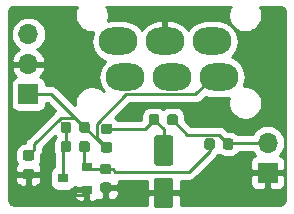
<source format=gbr>
G04 #@! TF.GenerationSoftware,KiCad,Pcbnew,(5.1.4)-1*
G04 #@! TF.CreationDate,2020-03-11T16:56:26-04:00*
G04 #@! TF.ProjectId,MicSwitchBoardElectret,4d696353-7769-4746-9368-426f61726445,rev?*
G04 #@! TF.SameCoordinates,Original*
G04 #@! TF.FileFunction,Copper,L2,Bot*
G04 #@! TF.FilePolarity,Positive*
%FSLAX46Y46*%
G04 Gerber Fmt 4.6, Leading zero omitted, Abs format (unit mm)*
G04 Created by KiCad (PCBNEW (5.1.4)-1) date 2020-03-11 16:56:26*
%MOMM*%
%LPD*%
G04 APERTURE LIST*
%ADD10O,3.300000X2.300000*%
%ADD11C,0.100000*%
%ADD12C,0.875000*%
%ADD13R,0.900000X0.800000*%
%ADD14O,1.700000X1.700000*%
%ADD15R,1.700000X1.700000*%
%ADD16C,1.600000*%
%ADD17C,0.800000*%
%ADD18C,0.250000*%
%ADD19C,0.254000*%
G04 APERTURE END LIST*
D10*
X132460000Y-68510000D03*
X131860000Y-65510000D03*
X128510000Y-68510000D03*
X127910000Y-65510000D03*
X124560000Y-68510000D03*
X123960000Y-65510000D03*
D11*
G36*
X123177691Y-77453553D02*
G01*
X123198926Y-77456703D01*
X123219750Y-77461919D01*
X123239962Y-77469151D01*
X123259368Y-77478330D01*
X123277781Y-77489366D01*
X123295024Y-77502154D01*
X123310930Y-77516570D01*
X123325346Y-77532476D01*
X123338134Y-77549719D01*
X123349170Y-77568132D01*
X123358349Y-77587538D01*
X123365581Y-77607750D01*
X123370797Y-77628574D01*
X123373947Y-77649809D01*
X123375000Y-77671250D01*
X123375000Y-78108750D01*
X123373947Y-78130191D01*
X123370797Y-78151426D01*
X123365581Y-78172250D01*
X123358349Y-78192462D01*
X123349170Y-78211868D01*
X123338134Y-78230281D01*
X123325346Y-78247524D01*
X123310930Y-78263430D01*
X123295024Y-78277846D01*
X123277781Y-78290634D01*
X123259368Y-78301670D01*
X123239962Y-78310849D01*
X123219750Y-78318081D01*
X123198926Y-78323297D01*
X123177691Y-78326447D01*
X123156250Y-78327500D01*
X122643750Y-78327500D01*
X122622309Y-78326447D01*
X122601074Y-78323297D01*
X122580250Y-78318081D01*
X122560038Y-78310849D01*
X122540632Y-78301670D01*
X122522219Y-78290634D01*
X122504976Y-78277846D01*
X122489070Y-78263430D01*
X122474654Y-78247524D01*
X122461866Y-78230281D01*
X122450830Y-78211868D01*
X122441651Y-78192462D01*
X122434419Y-78172250D01*
X122429203Y-78151426D01*
X122426053Y-78130191D01*
X122425000Y-78108750D01*
X122425000Y-77671250D01*
X122426053Y-77649809D01*
X122429203Y-77628574D01*
X122434419Y-77607750D01*
X122441651Y-77587538D01*
X122450830Y-77568132D01*
X122461866Y-77549719D01*
X122474654Y-77532476D01*
X122489070Y-77516570D01*
X122504976Y-77502154D01*
X122522219Y-77489366D01*
X122540632Y-77478330D01*
X122560038Y-77469151D01*
X122580250Y-77461919D01*
X122601074Y-77456703D01*
X122622309Y-77453553D01*
X122643750Y-77452500D01*
X123156250Y-77452500D01*
X123177691Y-77453553D01*
X123177691Y-77453553D01*
G37*
D12*
X122900000Y-77890000D03*
D11*
G36*
X123177691Y-75878553D02*
G01*
X123198926Y-75881703D01*
X123219750Y-75886919D01*
X123239962Y-75894151D01*
X123259368Y-75903330D01*
X123277781Y-75914366D01*
X123295024Y-75927154D01*
X123310930Y-75941570D01*
X123325346Y-75957476D01*
X123338134Y-75974719D01*
X123349170Y-75993132D01*
X123358349Y-76012538D01*
X123365581Y-76032750D01*
X123370797Y-76053574D01*
X123373947Y-76074809D01*
X123375000Y-76096250D01*
X123375000Y-76533750D01*
X123373947Y-76555191D01*
X123370797Y-76576426D01*
X123365581Y-76597250D01*
X123358349Y-76617462D01*
X123349170Y-76636868D01*
X123338134Y-76655281D01*
X123325346Y-76672524D01*
X123310930Y-76688430D01*
X123295024Y-76702846D01*
X123277781Y-76715634D01*
X123259368Y-76726670D01*
X123239962Y-76735849D01*
X123219750Y-76743081D01*
X123198926Y-76748297D01*
X123177691Y-76751447D01*
X123156250Y-76752500D01*
X122643750Y-76752500D01*
X122622309Y-76751447D01*
X122601074Y-76748297D01*
X122580250Y-76743081D01*
X122560038Y-76735849D01*
X122540632Y-76726670D01*
X122522219Y-76715634D01*
X122504976Y-76702846D01*
X122489070Y-76688430D01*
X122474654Y-76672524D01*
X122461866Y-76655281D01*
X122450830Y-76636868D01*
X122441651Y-76617462D01*
X122434419Y-76597250D01*
X122429203Y-76576426D01*
X122426053Y-76555191D01*
X122425000Y-76533750D01*
X122425000Y-76096250D01*
X122426053Y-76074809D01*
X122429203Y-76053574D01*
X122434419Y-76032750D01*
X122441651Y-76012538D01*
X122450830Y-75993132D01*
X122461866Y-75974719D01*
X122474654Y-75957476D01*
X122489070Y-75941570D01*
X122504976Y-75927154D01*
X122522219Y-75914366D01*
X122540632Y-75903330D01*
X122560038Y-75894151D01*
X122580250Y-75886919D01*
X122601074Y-75881703D01*
X122622309Y-75878553D01*
X122643750Y-75877500D01*
X123156250Y-75877500D01*
X123177691Y-75878553D01*
X123177691Y-75878553D01*
G37*
D12*
X122900000Y-76315000D03*
D11*
G36*
X121330191Y-73946053D02*
G01*
X121351426Y-73949203D01*
X121372250Y-73954419D01*
X121392462Y-73961651D01*
X121411868Y-73970830D01*
X121430281Y-73981866D01*
X121447524Y-73994654D01*
X121463430Y-74009070D01*
X121477846Y-74024976D01*
X121490634Y-74042219D01*
X121501670Y-74060632D01*
X121510849Y-74080038D01*
X121518081Y-74100250D01*
X121523297Y-74121074D01*
X121526447Y-74142309D01*
X121527500Y-74163750D01*
X121527500Y-74676250D01*
X121526447Y-74697691D01*
X121523297Y-74718926D01*
X121518081Y-74739750D01*
X121510849Y-74759962D01*
X121501670Y-74779368D01*
X121490634Y-74797781D01*
X121477846Y-74815024D01*
X121463430Y-74830930D01*
X121447524Y-74845346D01*
X121430281Y-74858134D01*
X121411868Y-74869170D01*
X121392462Y-74878349D01*
X121372250Y-74885581D01*
X121351426Y-74890797D01*
X121330191Y-74893947D01*
X121308750Y-74895000D01*
X120871250Y-74895000D01*
X120849809Y-74893947D01*
X120828574Y-74890797D01*
X120807750Y-74885581D01*
X120787538Y-74878349D01*
X120768132Y-74869170D01*
X120749719Y-74858134D01*
X120732476Y-74845346D01*
X120716570Y-74830930D01*
X120702154Y-74815024D01*
X120689366Y-74797781D01*
X120678330Y-74779368D01*
X120669151Y-74759962D01*
X120661919Y-74739750D01*
X120656703Y-74718926D01*
X120653553Y-74697691D01*
X120652500Y-74676250D01*
X120652500Y-74163750D01*
X120653553Y-74142309D01*
X120656703Y-74121074D01*
X120661919Y-74100250D01*
X120669151Y-74080038D01*
X120678330Y-74060632D01*
X120689366Y-74042219D01*
X120702154Y-74024976D01*
X120716570Y-74009070D01*
X120732476Y-73994654D01*
X120749719Y-73981866D01*
X120768132Y-73970830D01*
X120787538Y-73961651D01*
X120807750Y-73954419D01*
X120828574Y-73949203D01*
X120849809Y-73946053D01*
X120871250Y-73945000D01*
X121308750Y-73945000D01*
X121330191Y-73946053D01*
X121330191Y-73946053D01*
G37*
D12*
X121090000Y-74420000D03*
D11*
G36*
X119755191Y-73946053D02*
G01*
X119776426Y-73949203D01*
X119797250Y-73954419D01*
X119817462Y-73961651D01*
X119836868Y-73970830D01*
X119855281Y-73981866D01*
X119872524Y-73994654D01*
X119888430Y-74009070D01*
X119902846Y-74024976D01*
X119915634Y-74042219D01*
X119926670Y-74060632D01*
X119935849Y-74080038D01*
X119943081Y-74100250D01*
X119948297Y-74121074D01*
X119951447Y-74142309D01*
X119952500Y-74163750D01*
X119952500Y-74676250D01*
X119951447Y-74697691D01*
X119948297Y-74718926D01*
X119943081Y-74739750D01*
X119935849Y-74759962D01*
X119926670Y-74779368D01*
X119915634Y-74797781D01*
X119902846Y-74815024D01*
X119888430Y-74830930D01*
X119872524Y-74845346D01*
X119855281Y-74858134D01*
X119836868Y-74869170D01*
X119817462Y-74878349D01*
X119797250Y-74885581D01*
X119776426Y-74890797D01*
X119755191Y-74893947D01*
X119733750Y-74895000D01*
X119296250Y-74895000D01*
X119274809Y-74893947D01*
X119253574Y-74890797D01*
X119232750Y-74885581D01*
X119212538Y-74878349D01*
X119193132Y-74869170D01*
X119174719Y-74858134D01*
X119157476Y-74845346D01*
X119141570Y-74830930D01*
X119127154Y-74815024D01*
X119114366Y-74797781D01*
X119103330Y-74779368D01*
X119094151Y-74759962D01*
X119086919Y-74739750D01*
X119081703Y-74718926D01*
X119078553Y-74697691D01*
X119077500Y-74676250D01*
X119077500Y-74163750D01*
X119078553Y-74142309D01*
X119081703Y-74121074D01*
X119086919Y-74100250D01*
X119094151Y-74080038D01*
X119103330Y-74060632D01*
X119114366Y-74042219D01*
X119127154Y-74024976D01*
X119141570Y-74009070D01*
X119157476Y-73994654D01*
X119174719Y-73981866D01*
X119193132Y-73970830D01*
X119212538Y-73961651D01*
X119232750Y-73954419D01*
X119253574Y-73949203D01*
X119274809Y-73946053D01*
X119296250Y-73945000D01*
X119733750Y-73945000D01*
X119755191Y-73946053D01*
X119755191Y-73946053D01*
G37*
D12*
X119515000Y-74420000D03*
D11*
G36*
X119750191Y-72296053D02*
G01*
X119771426Y-72299203D01*
X119792250Y-72304419D01*
X119812462Y-72311651D01*
X119831868Y-72320830D01*
X119850281Y-72331866D01*
X119867524Y-72344654D01*
X119883430Y-72359070D01*
X119897846Y-72374976D01*
X119910634Y-72392219D01*
X119921670Y-72410632D01*
X119930849Y-72430038D01*
X119938081Y-72450250D01*
X119943297Y-72471074D01*
X119946447Y-72492309D01*
X119947500Y-72513750D01*
X119947500Y-73026250D01*
X119946447Y-73047691D01*
X119943297Y-73068926D01*
X119938081Y-73089750D01*
X119930849Y-73109962D01*
X119921670Y-73129368D01*
X119910634Y-73147781D01*
X119897846Y-73165024D01*
X119883430Y-73180930D01*
X119867524Y-73195346D01*
X119850281Y-73208134D01*
X119831868Y-73219170D01*
X119812462Y-73228349D01*
X119792250Y-73235581D01*
X119771426Y-73240797D01*
X119750191Y-73243947D01*
X119728750Y-73245000D01*
X119291250Y-73245000D01*
X119269809Y-73243947D01*
X119248574Y-73240797D01*
X119227750Y-73235581D01*
X119207538Y-73228349D01*
X119188132Y-73219170D01*
X119169719Y-73208134D01*
X119152476Y-73195346D01*
X119136570Y-73180930D01*
X119122154Y-73165024D01*
X119109366Y-73147781D01*
X119098330Y-73129368D01*
X119089151Y-73109962D01*
X119081919Y-73089750D01*
X119076703Y-73068926D01*
X119073553Y-73047691D01*
X119072500Y-73026250D01*
X119072500Y-72513750D01*
X119073553Y-72492309D01*
X119076703Y-72471074D01*
X119081919Y-72450250D01*
X119089151Y-72430038D01*
X119098330Y-72410632D01*
X119109366Y-72392219D01*
X119122154Y-72374976D01*
X119136570Y-72359070D01*
X119152476Y-72344654D01*
X119169719Y-72331866D01*
X119188132Y-72320830D01*
X119207538Y-72311651D01*
X119227750Y-72304419D01*
X119248574Y-72299203D01*
X119269809Y-72296053D01*
X119291250Y-72295000D01*
X119728750Y-72295000D01*
X119750191Y-72296053D01*
X119750191Y-72296053D01*
G37*
D12*
X119510000Y-72770000D03*
D11*
G36*
X121325191Y-72296053D02*
G01*
X121346426Y-72299203D01*
X121367250Y-72304419D01*
X121387462Y-72311651D01*
X121406868Y-72320830D01*
X121425281Y-72331866D01*
X121442524Y-72344654D01*
X121458430Y-72359070D01*
X121472846Y-72374976D01*
X121485634Y-72392219D01*
X121496670Y-72410632D01*
X121505849Y-72430038D01*
X121513081Y-72450250D01*
X121518297Y-72471074D01*
X121521447Y-72492309D01*
X121522500Y-72513750D01*
X121522500Y-73026250D01*
X121521447Y-73047691D01*
X121518297Y-73068926D01*
X121513081Y-73089750D01*
X121505849Y-73109962D01*
X121496670Y-73129368D01*
X121485634Y-73147781D01*
X121472846Y-73165024D01*
X121458430Y-73180930D01*
X121442524Y-73195346D01*
X121425281Y-73208134D01*
X121406868Y-73219170D01*
X121387462Y-73228349D01*
X121367250Y-73235581D01*
X121346426Y-73240797D01*
X121325191Y-73243947D01*
X121303750Y-73245000D01*
X120866250Y-73245000D01*
X120844809Y-73243947D01*
X120823574Y-73240797D01*
X120802750Y-73235581D01*
X120782538Y-73228349D01*
X120763132Y-73219170D01*
X120744719Y-73208134D01*
X120727476Y-73195346D01*
X120711570Y-73180930D01*
X120697154Y-73165024D01*
X120684366Y-73147781D01*
X120673330Y-73129368D01*
X120664151Y-73109962D01*
X120656919Y-73089750D01*
X120651703Y-73068926D01*
X120648553Y-73047691D01*
X120647500Y-73026250D01*
X120647500Y-72513750D01*
X120648553Y-72492309D01*
X120651703Y-72471074D01*
X120656919Y-72450250D01*
X120664151Y-72430038D01*
X120673330Y-72410632D01*
X120684366Y-72392219D01*
X120697154Y-72374976D01*
X120711570Y-72359070D01*
X120727476Y-72344654D01*
X120744719Y-72331866D01*
X120763132Y-72320830D01*
X120782538Y-72311651D01*
X120802750Y-72304419D01*
X120823574Y-72299203D01*
X120844809Y-72296053D01*
X120866250Y-72295000D01*
X121303750Y-72295000D01*
X121325191Y-72296053D01*
X121325191Y-72296053D01*
G37*
D12*
X121085000Y-72770000D03*
D11*
G36*
X128789691Y-71662053D02*
G01*
X128810926Y-71665203D01*
X128831750Y-71670419D01*
X128851962Y-71677651D01*
X128871368Y-71686830D01*
X128889781Y-71697866D01*
X128907024Y-71710654D01*
X128922930Y-71725070D01*
X128937346Y-71740976D01*
X128950134Y-71758219D01*
X128961170Y-71776632D01*
X128970349Y-71796038D01*
X128977581Y-71816250D01*
X128982797Y-71837074D01*
X128985947Y-71858309D01*
X128987000Y-71879750D01*
X128987000Y-72392250D01*
X128985947Y-72413691D01*
X128982797Y-72434926D01*
X128977581Y-72455750D01*
X128970349Y-72475962D01*
X128961170Y-72495368D01*
X128950134Y-72513781D01*
X128937346Y-72531024D01*
X128922930Y-72546930D01*
X128907024Y-72561346D01*
X128889781Y-72574134D01*
X128871368Y-72585170D01*
X128851962Y-72594349D01*
X128831750Y-72601581D01*
X128810926Y-72606797D01*
X128789691Y-72609947D01*
X128768250Y-72611000D01*
X128330750Y-72611000D01*
X128309309Y-72609947D01*
X128288074Y-72606797D01*
X128267250Y-72601581D01*
X128247038Y-72594349D01*
X128227632Y-72585170D01*
X128209219Y-72574134D01*
X128191976Y-72561346D01*
X128176070Y-72546930D01*
X128161654Y-72531024D01*
X128148866Y-72513781D01*
X128137830Y-72495368D01*
X128128651Y-72475962D01*
X128121419Y-72455750D01*
X128116203Y-72434926D01*
X128113053Y-72413691D01*
X128112000Y-72392250D01*
X128112000Y-71879750D01*
X128113053Y-71858309D01*
X128116203Y-71837074D01*
X128121419Y-71816250D01*
X128128651Y-71796038D01*
X128137830Y-71776632D01*
X128148866Y-71758219D01*
X128161654Y-71740976D01*
X128176070Y-71725070D01*
X128191976Y-71710654D01*
X128209219Y-71697866D01*
X128227632Y-71686830D01*
X128247038Y-71677651D01*
X128267250Y-71670419D01*
X128288074Y-71665203D01*
X128309309Y-71662053D01*
X128330750Y-71661000D01*
X128768250Y-71661000D01*
X128789691Y-71662053D01*
X128789691Y-71662053D01*
G37*
D12*
X128549500Y-72136000D03*
D11*
G36*
X127214691Y-71662053D02*
G01*
X127235926Y-71665203D01*
X127256750Y-71670419D01*
X127276962Y-71677651D01*
X127296368Y-71686830D01*
X127314781Y-71697866D01*
X127332024Y-71710654D01*
X127347930Y-71725070D01*
X127362346Y-71740976D01*
X127375134Y-71758219D01*
X127386170Y-71776632D01*
X127395349Y-71796038D01*
X127402581Y-71816250D01*
X127407797Y-71837074D01*
X127410947Y-71858309D01*
X127412000Y-71879750D01*
X127412000Y-72392250D01*
X127410947Y-72413691D01*
X127407797Y-72434926D01*
X127402581Y-72455750D01*
X127395349Y-72475962D01*
X127386170Y-72495368D01*
X127375134Y-72513781D01*
X127362346Y-72531024D01*
X127347930Y-72546930D01*
X127332024Y-72561346D01*
X127314781Y-72574134D01*
X127296368Y-72585170D01*
X127276962Y-72594349D01*
X127256750Y-72601581D01*
X127235926Y-72606797D01*
X127214691Y-72609947D01*
X127193250Y-72611000D01*
X126755750Y-72611000D01*
X126734309Y-72609947D01*
X126713074Y-72606797D01*
X126692250Y-72601581D01*
X126672038Y-72594349D01*
X126652632Y-72585170D01*
X126634219Y-72574134D01*
X126616976Y-72561346D01*
X126601070Y-72546930D01*
X126586654Y-72531024D01*
X126573866Y-72513781D01*
X126562830Y-72495368D01*
X126553651Y-72475962D01*
X126546419Y-72455750D01*
X126541203Y-72434926D01*
X126538053Y-72413691D01*
X126537000Y-72392250D01*
X126537000Y-71879750D01*
X126538053Y-71858309D01*
X126541203Y-71837074D01*
X126546419Y-71816250D01*
X126553651Y-71796038D01*
X126562830Y-71776632D01*
X126573866Y-71758219D01*
X126586654Y-71740976D01*
X126601070Y-71725070D01*
X126616976Y-71710654D01*
X126634219Y-71697866D01*
X126652632Y-71686830D01*
X126672038Y-71677651D01*
X126692250Y-71670419D01*
X126713074Y-71665203D01*
X126734309Y-71662053D01*
X126755750Y-71661000D01*
X127193250Y-71661000D01*
X127214691Y-71662053D01*
X127214691Y-71662053D01*
G37*
D12*
X126974500Y-72136000D03*
D11*
G36*
X123247691Y-74043553D02*
G01*
X123268926Y-74046703D01*
X123289750Y-74051919D01*
X123309962Y-74059151D01*
X123329368Y-74068330D01*
X123347781Y-74079366D01*
X123365024Y-74092154D01*
X123380930Y-74106570D01*
X123395346Y-74122476D01*
X123408134Y-74139719D01*
X123419170Y-74158132D01*
X123428349Y-74177538D01*
X123435581Y-74197750D01*
X123440797Y-74218574D01*
X123443947Y-74239809D01*
X123445000Y-74261250D01*
X123445000Y-74698750D01*
X123443947Y-74720191D01*
X123440797Y-74741426D01*
X123435581Y-74762250D01*
X123428349Y-74782462D01*
X123419170Y-74801868D01*
X123408134Y-74820281D01*
X123395346Y-74837524D01*
X123380930Y-74853430D01*
X123365024Y-74867846D01*
X123347781Y-74880634D01*
X123329368Y-74891670D01*
X123309962Y-74900849D01*
X123289750Y-74908081D01*
X123268926Y-74913297D01*
X123247691Y-74916447D01*
X123226250Y-74917500D01*
X122713750Y-74917500D01*
X122692309Y-74916447D01*
X122671074Y-74913297D01*
X122650250Y-74908081D01*
X122630038Y-74900849D01*
X122610632Y-74891670D01*
X122592219Y-74880634D01*
X122574976Y-74867846D01*
X122559070Y-74853430D01*
X122544654Y-74837524D01*
X122531866Y-74820281D01*
X122520830Y-74801868D01*
X122511651Y-74782462D01*
X122504419Y-74762250D01*
X122499203Y-74741426D01*
X122496053Y-74720191D01*
X122495000Y-74698750D01*
X122495000Y-74261250D01*
X122496053Y-74239809D01*
X122499203Y-74218574D01*
X122504419Y-74197750D01*
X122511651Y-74177538D01*
X122520830Y-74158132D01*
X122531866Y-74139719D01*
X122544654Y-74122476D01*
X122559070Y-74106570D01*
X122574976Y-74092154D01*
X122592219Y-74079366D01*
X122610632Y-74068330D01*
X122630038Y-74059151D01*
X122650250Y-74051919D01*
X122671074Y-74046703D01*
X122692309Y-74043553D01*
X122713750Y-74042500D01*
X123226250Y-74042500D01*
X123247691Y-74043553D01*
X123247691Y-74043553D01*
G37*
D12*
X122970000Y-74480000D03*
D11*
G36*
X123247691Y-72468553D02*
G01*
X123268926Y-72471703D01*
X123289750Y-72476919D01*
X123309962Y-72484151D01*
X123329368Y-72493330D01*
X123347781Y-72504366D01*
X123365024Y-72517154D01*
X123380930Y-72531570D01*
X123395346Y-72547476D01*
X123408134Y-72564719D01*
X123419170Y-72583132D01*
X123428349Y-72602538D01*
X123435581Y-72622750D01*
X123440797Y-72643574D01*
X123443947Y-72664809D01*
X123445000Y-72686250D01*
X123445000Y-73123750D01*
X123443947Y-73145191D01*
X123440797Y-73166426D01*
X123435581Y-73187250D01*
X123428349Y-73207462D01*
X123419170Y-73226868D01*
X123408134Y-73245281D01*
X123395346Y-73262524D01*
X123380930Y-73278430D01*
X123365024Y-73292846D01*
X123347781Y-73305634D01*
X123329368Y-73316670D01*
X123309962Y-73325849D01*
X123289750Y-73333081D01*
X123268926Y-73338297D01*
X123247691Y-73341447D01*
X123226250Y-73342500D01*
X122713750Y-73342500D01*
X122692309Y-73341447D01*
X122671074Y-73338297D01*
X122650250Y-73333081D01*
X122630038Y-73325849D01*
X122610632Y-73316670D01*
X122592219Y-73305634D01*
X122574976Y-73292846D01*
X122559070Y-73278430D01*
X122544654Y-73262524D01*
X122531866Y-73245281D01*
X122520830Y-73226868D01*
X122511651Y-73207462D01*
X122504419Y-73187250D01*
X122499203Y-73166426D01*
X122496053Y-73145191D01*
X122495000Y-73123750D01*
X122495000Y-72686250D01*
X122496053Y-72664809D01*
X122499203Y-72643574D01*
X122504419Y-72622750D01*
X122511651Y-72602538D01*
X122520830Y-72583132D01*
X122531866Y-72564719D01*
X122544654Y-72547476D01*
X122559070Y-72531570D01*
X122574976Y-72517154D01*
X122592219Y-72504366D01*
X122610632Y-72493330D01*
X122630038Y-72484151D01*
X122650250Y-72476919D01*
X122671074Y-72471703D01*
X122692309Y-72468553D01*
X122713750Y-72467500D01*
X123226250Y-72467500D01*
X123247691Y-72468553D01*
X123247691Y-72468553D01*
G37*
D12*
X122970000Y-72905000D03*
D13*
X119270000Y-77110000D03*
X121270000Y-78060000D03*
X121270000Y-76160000D03*
D14*
X136590000Y-74090000D03*
D15*
X136590000Y-76630000D03*
D14*
X116350000Y-64895000D03*
X116350000Y-67435000D03*
D15*
X116350000Y-69975000D03*
D11*
G36*
X133500191Y-73726053D02*
G01*
X133521426Y-73729203D01*
X133542250Y-73734419D01*
X133562462Y-73741651D01*
X133581868Y-73750830D01*
X133600281Y-73761866D01*
X133617524Y-73774654D01*
X133633430Y-73789070D01*
X133647846Y-73804976D01*
X133660634Y-73822219D01*
X133671670Y-73840632D01*
X133680849Y-73860038D01*
X133688081Y-73880250D01*
X133693297Y-73901074D01*
X133696447Y-73922309D01*
X133697500Y-73943750D01*
X133697500Y-74456250D01*
X133696447Y-74477691D01*
X133693297Y-74498926D01*
X133688081Y-74519750D01*
X133680849Y-74539962D01*
X133671670Y-74559368D01*
X133660634Y-74577781D01*
X133647846Y-74595024D01*
X133633430Y-74610930D01*
X133617524Y-74625346D01*
X133600281Y-74638134D01*
X133581868Y-74649170D01*
X133562462Y-74658349D01*
X133542250Y-74665581D01*
X133521426Y-74670797D01*
X133500191Y-74673947D01*
X133478750Y-74675000D01*
X133041250Y-74675000D01*
X133019809Y-74673947D01*
X132998574Y-74670797D01*
X132977750Y-74665581D01*
X132957538Y-74658349D01*
X132938132Y-74649170D01*
X132919719Y-74638134D01*
X132902476Y-74625346D01*
X132886570Y-74610930D01*
X132872154Y-74595024D01*
X132859366Y-74577781D01*
X132848330Y-74559368D01*
X132839151Y-74539962D01*
X132831919Y-74519750D01*
X132826703Y-74498926D01*
X132823553Y-74477691D01*
X132822500Y-74456250D01*
X132822500Y-73943750D01*
X132823553Y-73922309D01*
X132826703Y-73901074D01*
X132831919Y-73880250D01*
X132839151Y-73860038D01*
X132848330Y-73840632D01*
X132859366Y-73822219D01*
X132872154Y-73804976D01*
X132886570Y-73789070D01*
X132902476Y-73774654D01*
X132919719Y-73761866D01*
X132938132Y-73750830D01*
X132957538Y-73741651D01*
X132977750Y-73734419D01*
X132998574Y-73729203D01*
X133019809Y-73726053D01*
X133041250Y-73725000D01*
X133478750Y-73725000D01*
X133500191Y-73726053D01*
X133500191Y-73726053D01*
G37*
D12*
X133260000Y-74200000D03*
D11*
G36*
X131925191Y-73726053D02*
G01*
X131946426Y-73729203D01*
X131967250Y-73734419D01*
X131987462Y-73741651D01*
X132006868Y-73750830D01*
X132025281Y-73761866D01*
X132042524Y-73774654D01*
X132058430Y-73789070D01*
X132072846Y-73804976D01*
X132085634Y-73822219D01*
X132096670Y-73840632D01*
X132105849Y-73860038D01*
X132113081Y-73880250D01*
X132118297Y-73901074D01*
X132121447Y-73922309D01*
X132122500Y-73943750D01*
X132122500Y-74456250D01*
X132121447Y-74477691D01*
X132118297Y-74498926D01*
X132113081Y-74519750D01*
X132105849Y-74539962D01*
X132096670Y-74559368D01*
X132085634Y-74577781D01*
X132072846Y-74595024D01*
X132058430Y-74610930D01*
X132042524Y-74625346D01*
X132025281Y-74638134D01*
X132006868Y-74649170D01*
X131987462Y-74658349D01*
X131967250Y-74665581D01*
X131946426Y-74670797D01*
X131925191Y-74673947D01*
X131903750Y-74675000D01*
X131466250Y-74675000D01*
X131444809Y-74673947D01*
X131423574Y-74670797D01*
X131402750Y-74665581D01*
X131382538Y-74658349D01*
X131363132Y-74649170D01*
X131344719Y-74638134D01*
X131327476Y-74625346D01*
X131311570Y-74610930D01*
X131297154Y-74595024D01*
X131284366Y-74577781D01*
X131273330Y-74559368D01*
X131264151Y-74539962D01*
X131256919Y-74519750D01*
X131251703Y-74498926D01*
X131248553Y-74477691D01*
X131247500Y-74456250D01*
X131247500Y-73943750D01*
X131248553Y-73922309D01*
X131251703Y-73901074D01*
X131256919Y-73880250D01*
X131264151Y-73860038D01*
X131273330Y-73840632D01*
X131284366Y-73822219D01*
X131297154Y-73804976D01*
X131311570Y-73789070D01*
X131327476Y-73774654D01*
X131344719Y-73761866D01*
X131363132Y-73750830D01*
X131382538Y-73741651D01*
X131402750Y-73734419D01*
X131423574Y-73729203D01*
X131444809Y-73726053D01*
X131466250Y-73725000D01*
X131903750Y-73725000D01*
X131925191Y-73726053D01*
X131925191Y-73726053D01*
G37*
D12*
X131685000Y-74200000D03*
D11*
G36*
X116617691Y-76301053D02*
G01*
X116638926Y-76304203D01*
X116659750Y-76309419D01*
X116679962Y-76316651D01*
X116699368Y-76325830D01*
X116717781Y-76336866D01*
X116735024Y-76349654D01*
X116750930Y-76364070D01*
X116765346Y-76379976D01*
X116778134Y-76397219D01*
X116789170Y-76415632D01*
X116798349Y-76435038D01*
X116805581Y-76455250D01*
X116810797Y-76476074D01*
X116813947Y-76497309D01*
X116815000Y-76518750D01*
X116815000Y-76956250D01*
X116813947Y-76977691D01*
X116810797Y-76998926D01*
X116805581Y-77019750D01*
X116798349Y-77039962D01*
X116789170Y-77059368D01*
X116778134Y-77077781D01*
X116765346Y-77095024D01*
X116750930Y-77110930D01*
X116735024Y-77125346D01*
X116717781Y-77138134D01*
X116699368Y-77149170D01*
X116679962Y-77158349D01*
X116659750Y-77165581D01*
X116638926Y-77170797D01*
X116617691Y-77173947D01*
X116596250Y-77175000D01*
X116083750Y-77175000D01*
X116062309Y-77173947D01*
X116041074Y-77170797D01*
X116020250Y-77165581D01*
X116000038Y-77158349D01*
X115980632Y-77149170D01*
X115962219Y-77138134D01*
X115944976Y-77125346D01*
X115929070Y-77110930D01*
X115914654Y-77095024D01*
X115901866Y-77077781D01*
X115890830Y-77059368D01*
X115881651Y-77039962D01*
X115874419Y-77019750D01*
X115869203Y-76998926D01*
X115866053Y-76977691D01*
X115865000Y-76956250D01*
X115865000Y-76518750D01*
X115866053Y-76497309D01*
X115869203Y-76476074D01*
X115874419Y-76455250D01*
X115881651Y-76435038D01*
X115890830Y-76415632D01*
X115901866Y-76397219D01*
X115914654Y-76379976D01*
X115929070Y-76364070D01*
X115944976Y-76349654D01*
X115962219Y-76336866D01*
X115980632Y-76325830D01*
X116000038Y-76316651D01*
X116020250Y-76309419D01*
X116041074Y-76304203D01*
X116062309Y-76301053D01*
X116083750Y-76300000D01*
X116596250Y-76300000D01*
X116617691Y-76301053D01*
X116617691Y-76301053D01*
G37*
D12*
X116340000Y-76737500D03*
D11*
G36*
X116617691Y-74726053D02*
G01*
X116638926Y-74729203D01*
X116659750Y-74734419D01*
X116679962Y-74741651D01*
X116699368Y-74750830D01*
X116717781Y-74761866D01*
X116735024Y-74774654D01*
X116750930Y-74789070D01*
X116765346Y-74804976D01*
X116778134Y-74822219D01*
X116789170Y-74840632D01*
X116798349Y-74860038D01*
X116805581Y-74880250D01*
X116810797Y-74901074D01*
X116813947Y-74922309D01*
X116815000Y-74943750D01*
X116815000Y-75381250D01*
X116813947Y-75402691D01*
X116810797Y-75423926D01*
X116805581Y-75444750D01*
X116798349Y-75464962D01*
X116789170Y-75484368D01*
X116778134Y-75502781D01*
X116765346Y-75520024D01*
X116750930Y-75535930D01*
X116735024Y-75550346D01*
X116717781Y-75563134D01*
X116699368Y-75574170D01*
X116679962Y-75583349D01*
X116659750Y-75590581D01*
X116638926Y-75595797D01*
X116617691Y-75598947D01*
X116596250Y-75600000D01*
X116083750Y-75600000D01*
X116062309Y-75598947D01*
X116041074Y-75595797D01*
X116020250Y-75590581D01*
X116000038Y-75583349D01*
X115980632Y-75574170D01*
X115962219Y-75563134D01*
X115944976Y-75550346D01*
X115929070Y-75535930D01*
X115914654Y-75520024D01*
X115901866Y-75502781D01*
X115890830Y-75484368D01*
X115881651Y-75464962D01*
X115874419Y-75444750D01*
X115869203Y-75423926D01*
X115866053Y-75402691D01*
X115865000Y-75381250D01*
X115865000Y-74943750D01*
X115866053Y-74922309D01*
X115869203Y-74901074D01*
X115874419Y-74880250D01*
X115881651Y-74860038D01*
X115890830Y-74840632D01*
X115901866Y-74822219D01*
X115914654Y-74804976D01*
X115929070Y-74789070D01*
X115944976Y-74774654D01*
X115962219Y-74761866D01*
X115980632Y-74750830D01*
X116000038Y-74741651D01*
X116020250Y-74734419D01*
X116041074Y-74729203D01*
X116062309Y-74726053D01*
X116083750Y-74725000D01*
X116596250Y-74725000D01*
X116617691Y-74726053D01*
X116617691Y-74726053D01*
G37*
D12*
X116340000Y-75162500D03*
D11*
G36*
X128364504Y-77041204D02*
G01*
X128388773Y-77044804D01*
X128412571Y-77050765D01*
X128435671Y-77059030D01*
X128457849Y-77069520D01*
X128478893Y-77082133D01*
X128498598Y-77096747D01*
X128516777Y-77113223D01*
X128533253Y-77131402D01*
X128547867Y-77151107D01*
X128560480Y-77172151D01*
X128570970Y-77194329D01*
X128579235Y-77217429D01*
X128585196Y-77241227D01*
X128588796Y-77265496D01*
X128590000Y-77290000D01*
X128590000Y-79390000D01*
X128588796Y-79414504D01*
X128585196Y-79438773D01*
X128579235Y-79462571D01*
X128570970Y-79485671D01*
X128560480Y-79507849D01*
X128547867Y-79528893D01*
X128533253Y-79548598D01*
X128516777Y-79566777D01*
X128498598Y-79583253D01*
X128478893Y-79597867D01*
X128457849Y-79610480D01*
X128435671Y-79620970D01*
X128412571Y-79629235D01*
X128388773Y-79635196D01*
X128364504Y-79638796D01*
X128340000Y-79640000D01*
X127240000Y-79640000D01*
X127215496Y-79638796D01*
X127191227Y-79635196D01*
X127167429Y-79629235D01*
X127144329Y-79620970D01*
X127122151Y-79610480D01*
X127101107Y-79597867D01*
X127081402Y-79583253D01*
X127063223Y-79566777D01*
X127046747Y-79548598D01*
X127032133Y-79528893D01*
X127019520Y-79507849D01*
X127009030Y-79485671D01*
X127000765Y-79462571D01*
X126994804Y-79438773D01*
X126991204Y-79414504D01*
X126990000Y-79390000D01*
X126990000Y-77290000D01*
X126991204Y-77265496D01*
X126994804Y-77241227D01*
X127000765Y-77217429D01*
X127009030Y-77194329D01*
X127019520Y-77172151D01*
X127032133Y-77151107D01*
X127046747Y-77131402D01*
X127063223Y-77113223D01*
X127081402Y-77096747D01*
X127101107Y-77082133D01*
X127122151Y-77069520D01*
X127144329Y-77059030D01*
X127167429Y-77050765D01*
X127191227Y-77044804D01*
X127215496Y-77041204D01*
X127240000Y-77040000D01*
X128340000Y-77040000D01*
X128364504Y-77041204D01*
X128364504Y-77041204D01*
G37*
D16*
X127790000Y-78340000D03*
D11*
G36*
X128364504Y-73441204D02*
G01*
X128388773Y-73444804D01*
X128412571Y-73450765D01*
X128435671Y-73459030D01*
X128457849Y-73469520D01*
X128478893Y-73482133D01*
X128498598Y-73496747D01*
X128516777Y-73513223D01*
X128533253Y-73531402D01*
X128547867Y-73551107D01*
X128560480Y-73572151D01*
X128570970Y-73594329D01*
X128579235Y-73617429D01*
X128585196Y-73641227D01*
X128588796Y-73665496D01*
X128590000Y-73690000D01*
X128590000Y-75790000D01*
X128588796Y-75814504D01*
X128585196Y-75838773D01*
X128579235Y-75862571D01*
X128570970Y-75885671D01*
X128560480Y-75907849D01*
X128547867Y-75928893D01*
X128533253Y-75948598D01*
X128516777Y-75966777D01*
X128498598Y-75983253D01*
X128478893Y-75997867D01*
X128457849Y-76010480D01*
X128435671Y-76020970D01*
X128412571Y-76029235D01*
X128388773Y-76035196D01*
X128364504Y-76038796D01*
X128340000Y-76040000D01*
X127240000Y-76040000D01*
X127215496Y-76038796D01*
X127191227Y-76035196D01*
X127167429Y-76029235D01*
X127144329Y-76020970D01*
X127122151Y-76010480D01*
X127101107Y-75997867D01*
X127081402Y-75983253D01*
X127063223Y-75966777D01*
X127046747Y-75948598D01*
X127032133Y-75928893D01*
X127019520Y-75907849D01*
X127009030Y-75885671D01*
X127000765Y-75862571D01*
X126994804Y-75838773D01*
X126991204Y-75814504D01*
X126990000Y-75790000D01*
X126990000Y-73690000D01*
X126991204Y-73665496D01*
X126994804Y-73641227D01*
X127000765Y-73617429D01*
X127009030Y-73594329D01*
X127019520Y-73572151D01*
X127032133Y-73551107D01*
X127046747Y-73531402D01*
X127063223Y-73513223D01*
X127081402Y-73496747D01*
X127101107Y-73482133D01*
X127122151Y-73469520D01*
X127144329Y-73459030D01*
X127167429Y-73450765D01*
X127191227Y-73444804D01*
X127215496Y-73441204D01*
X127240000Y-73440000D01*
X128340000Y-73440000D01*
X128364504Y-73441204D01*
X128364504Y-73441204D01*
G37*
D16*
X127790000Y-74740000D03*
D17*
X127762000Y-78486000D03*
X124460000Y-77978000D03*
X119888000Y-78486000D03*
X117856000Y-76962000D03*
D18*
X117631500Y-76737500D02*
X117856000Y-76962000D01*
X116340000Y-76737500D02*
X117631500Y-76737500D01*
X120844000Y-78486000D02*
X121270000Y-78060000D01*
X119888000Y-78486000D02*
X120844000Y-78486000D01*
X124372000Y-77890000D02*
X124460000Y-77978000D01*
X122900000Y-77890000D02*
X124372000Y-77890000D01*
X126205500Y-72905000D02*
X126974500Y-72136000D01*
X122970000Y-72905000D02*
X126205500Y-72905000D01*
X127790000Y-72951500D02*
X126974500Y-72136000D01*
X127790000Y-74740000D02*
X127790000Y-72951500D01*
X120623388Y-72308388D02*
X121085000Y-72770000D01*
X120284990Y-71969990D02*
X120623388Y-72308388D01*
X119066016Y-71969990D02*
X120284990Y-71969990D01*
X116801612Y-74234394D02*
X119066016Y-71969990D01*
X116801612Y-74700888D02*
X116801612Y-74234394D01*
X116340000Y-75162500D02*
X116801612Y-74700888D01*
X122795000Y-74480000D02*
X122970000Y-74480000D01*
X121085000Y-72770000D02*
X122795000Y-74480000D01*
X131960000Y-68510000D02*
X132460000Y-68510000D01*
X130484990Y-69985010D02*
X131960000Y-68510000D01*
X124645996Y-69985010D02*
X130484990Y-69985010D01*
X122169990Y-72461016D02*
X124645996Y-69985010D01*
X122169990Y-73679990D02*
X122169990Y-72461016D01*
X122970000Y-74480000D02*
X122169990Y-73679990D01*
X118290000Y-69975000D02*
X121085000Y-72770000D01*
X116350000Y-69975000D02*
X118290000Y-69975000D01*
X132798388Y-73738388D02*
X133260000Y-74200000D01*
X132459990Y-73399990D02*
X132798388Y-73738388D01*
X129813490Y-73399990D02*
X132459990Y-73399990D01*
X128549500Y-72136000D02*
X129813490Y-73399990D01*
X133370000Y-74090000D02*
X133260000Y-74200000D01*
X136590000Y-74090000D02*
X133370000Y-74090000D01*
X121425000Y-76315000D02*
X121270000Y-76160000D01*
X122900000Y-76315000D02*
X121425000Y-76315000D01*
X121090000Y-75980000D02*
X121270000Y-76160000D01*
X121090000Y-74420000D02*
X121090000Y-75980000D01*
X123475000Y-76315000D02*
X122900000Y-76315000D01*
X123700000Y-76540000D02*
X123475000Y-76315000D01*
X129920000Y-76540000D02*
X123700000Y-76540000D01*
X131685000Y-74200000D02*
X131685000Y-74775000D01*
X131685000Y-74775000D02*
X129920000Y-76540000D01*
X119510000Y-74415000D02*
X119515000Y-74420000D01*
X119510000Y-72770000D02*
X119510000Y-74415000D01*
X119270000Y-74665000D02*
X119515000Y-74420000D01*
X119270000Y-77110000D02*
X119270000Y-74665000D01*
D19*
G36*
X120438320Y-62630273D02*
G01*
X120330147Y-62891426D01*
X120275000Y-63168665D01*
X120275000Y-63451335D01*
X120330147Y-63728574D01*
X120438320Y-63989727D01*
X120595363Y-64224759D01*
X120795241Y-64424637D01*
X121030273Y-64581680D01*
X121291426Y-64689853D01*
X121568665Y-64745000D01*
X121844911Y-64745000D01*
X121802896Y-64823605D01*
X121700828Y-65160079D01*
X121666364Y-65510000D01*
X121700828Y-65859921D01*
X121802896Y-66196395D01*
X121968646Y-66506491D01*
X122191708Y-66778292D01*
X122463509Y-67001354D01*
X122773605Y-67167104D01*
X122853195Y-67191247D01*
X122791708Y-67241708D01*
X122568646Y-67513509D01*
X122402896Y-67823605D01*
X122300828Y-68160079D01*
X122266364Y-68510000D01*
X122300828Y-68859921D01*
X122402896Y-69196395D01*
X122568646Y-69506491D01*
X122718573Y-69689177D01*
X122624759Y-69595363D01*
X122389727Y-69438320D01*
X122128574Y-69330147D01*
X121851335Y-69275000D01*
X121568665Y-69275000D01*
X121291426Y-69330147D01*
X121030273Y-69438320D01*
X120795241Y-69595363D01*
X120595363Y-69795241D01*
X120438320Y-70030273D01*
X120330147Y-70291426D01*
X120275000Y-70568665D01*
X120275000Y-70851335D01*
X120283409Y-70893607D01*
X118853804Y-69464003D01*
X118830001Y-69434999D01*
X118714276Y-69340026D01*
X118582247Y-69269454D01*
X118438986Y-69225997D01*
X118327333Y-69215000D01*
X118327322Y-69215000D01*
X118290000Y-69211324D01*
X118252678Y-69215000D01*
X117838072Y-69215000D01*
X117838072Y-69125000D01*
X117825812Y-69000518D01*
X117789502Y-68880820D01*
X117730537Y-68770506D01*
X117651185Y-68673815D01*
X117554494Y-68594463D01*
X117444180Y-68535498D01*
X117363534Y-68511034D01*
X117447588Y-68435269D01*
X117621641Y-68201920D01*
X117746825Y-67939099D01*
X117791476Y-67791890D01*
X117670155Y-67562000D01*
X116477000Y-67562000D01*
X116477000Y-67582000D01*
X116223000Y-67582000D01*
X116223000Y-67562000D01*
X115029845Y-67562000D01*
X114908524Y-67791890D01*
X114953175Y-67939099D01*
X115078359Y-68201920D01*
X115252412Y-68435269D01*
X115336466Y-68511034D01*
X115255820Y-68535498D01*
X115145506Y-68594463D01*
X115048815Y-68673815D01*
X114969463Y-68770506D01*
X114910498Y-68880820D01*
X114874188Y-69000518D01*
X114861928Y-69125000D01*
X114861928Y-70825000D01*
X114874188Y-70949482D01*
X114910498Y-71069180D01*
X114969463Y-71179494D01*
X115048815Y-71276185D01*
X115145506Y-71355537D01*
X115255820Y-71414502D01*
X115375518Y-71450812D01*
X115500000Y-71463072D01*
X117200000Y-71463072D01*
X117324482Y-71450812D01*
X117444180Y-71414502D01*
X117554494Y-71355537D01*
X117651185Y-71276185D01*
X117730537Y-71179494D01*
X117789502Y-71069180D01*
X117825812Y-70949482D01*
X117838072Y-70825000D01*
X117838072Y-70735000D01*
X117975199Y-70735000D01*
X118605201Y-71365003D01*
X118526015Y-71429989D01*
X118502217Y-71458987D01*
X116290610Y-73670595D01*
X116261612Y-73694393D01*
X116166638Y-73810118D01*
X116096066Y-73942147D01*
X116052609Y-74085408D01*
X116052153Y-74090040D01*
X115916592Y-74103392D01*
X115755858Y-74152150D01*
X115607725Y-74231329D01*
X115477885Y-74337885D01*
X115371329Y-74467725D01*
X115292150Y-74615858D01*
X115243392Y-74776592D01*
X115226928Y-74943750D01*
X115226928Y-75381250D01*
X115243392Y-75548408D01*
X115292150Y-75709142D01*
X115371329Y-75857275D01*
X115389100Y-75878930D01*
X115334463Y-75945506D01*
X115275498Y-76055820D01*
X115239188Y-76175518D01*
X115226928Y-76300000D01*
X115230000Y-76451750D01*
X115388750Y-76610500D01*
X116213000Y-76610500D01*
X116213000Y-76590500D01*
X116467000Y-76590500D01*
X116467000Y-76610500D01*
X117291250Y-76610500D01*
X117450000Y-76451750D01*
X117453072Y-76300000D01*
X117440812Y-76175518D01*
X117404502Y-76055820D01*
X117345537Y-75945506D01*
X117290900Y-75878930D01*
X117308671Y-75857275D01*
X117387850Y-75709142D01*
X117436608Y-75548408D01*
X117453072Y-75381250D01*
X117453072Y-75094322D01*
X117507158Y-74993135D01*
X117517209Y-74960001D01*
X117550615Y-74849874D01*
X117561612Y-74738221D01*
X117561612Y-74738211D01*
X117565288Y-74700888D01*
X117561612Y-74663565D01*
X117561612Y-74549195D01*
X118592218Y-73518590D01*
X118657426Y-73598046D01*
X118583829Y-73687725D01*
X118504650Y-73835858D01*
X118455892Y-73996592D01*
X118439428Y-74163750D01*
X118439428Y-74676250D01*
X118455892Y-74843408D01*
X118504650Y-75004142D01*
X118510001Y-75014153D01*
X118510000Y-76155680D01*
X118465506Y-76179463D01*
X118368815Y-76258815D01*
X118289463Y-76355506D01*
X118230498Y-76465820D01*
X118194188Y-76585518D01*
X118181928Y-76710000D01*
X118181928Y-77510000D01*
X118194188Y-77634482D01*
X118230498Y-77754180D01*
X118289463Y-77864494D01*
X118368815Y-77961185D01*
X118465506Y-78040537D01*
X118575820Y-78099502D01*
X118695518Y-78135812D01*
X118820000Y-78148072D01*
X119720000Y-78148072D01*
X119844482Y-78135812D01*
X119964180Y-78099502D01*
X120074494Y-78040537D01*
X120171185Y-77961185D01*
X120250537Y-77864494D01*
X120259143Y-77848393D01*
X120343750Y-77933000D01*
X121143000Y-77933000D01*
X121143000Y-77913000D01*
X121397000Y-77913000D01*
X121397000Y-77933000D01*
X121417000Y-77933000D01*
X121417000Y-78187000D01*
X121397000Y-78187000D01*
X121397000Y-78936250D01*
X121555750Y-79095000D01*
X121720000Y-79098072D01*
X121844482Y-79085812D01*
X121964180Y-79049502D01*
X122074494Y-78990537D01*
X122170693Y-78911589D01*
X122180820Y-78917002D01*
X122300518Y-78953312D01*
X122425000Y-78965572D01*
X122614250Y-78962500D01*
X122773000Y-78803750D01*
X122773000Y-78017000D01*
X123027000Y-78017000D01*
X123027000Y-78803750D01*
X123185750Y-78962500D01*
X123375000Y-78965572D01*
X123499482Y-78953312D01*
X123619180Y-78917002D01*
X123729494Y-78858037D01*
X123826185Y-78778685D01*
X123905537Y-78681994D01*
X123964502Y-78571680D01*
X124000812Y-78451982D01*
X124013072Y-78327500D01*
X124010000Y-78175750D01*
X123851250Y-78017000D01*
X123027000Y-78017000D01*
X122773000Y-78017000D01*
X122753000Y-78017000D01*
X122753000Y-77763000D01*
X122773000Y-77763000D01*
X122773000Y-77743000D01*
X123027000Y-77743000D01*
X123027000Y-77763000D01*
X123851250Y-77763000D01*
X124010000Y-77604250D01*
X124013072Y-77452500D01*
X124000812Y-77328018D01*
X123992313Y-77300000D01*
X126352715Y-77300000D01*
X126355000Y-78054250D01*
X126513750Y-78213000D01*
X127663000Y-78213000D01*
X127663000Y-78193000D01*
X127917000Y-78193000D01*
X127917000Y-78213000D01*
X129066250Y-78213000D01*
X129225000Y-78054250D01*
X129226739Y-77480000D01*
X135101928Y-77480000D01*
X135114188Y-77604482D01*
X135150498Y-77724180D01*
X135209463Y-77834494D01*
X135288815Y-77931185D01*
X135385506Y-78010537D01*
X135495820Y-78069502D01*
X135615518Y-78105812D01*
X135740000Y-78118072D01*
X136304250Y-78115000D01*
X136463000Y-77956250D01*
X136463000Y-76757000D01*
X136717000Y-76757000D01*
X136717000Y-77956250D01*
X136875750Y-78115000D01*
X137440000Y-78118072D01*
X137564482Y-78105812D01*
X137684180Y-78069502D01*
X137794494Y-78010537D01*
X137891185Y-77931185D01*
X137970537Y-77834494D01*
X138029502Y-77724180D01*
X138065812Y-77604482D01*
X138078072Y-77480000D01*
X138075000Y-76915750D01*
X137916250Y-76757000D01*
X136717000Y-76757000D01*
X136463000Y-76757000D01*
X135263750Y-76757000D01*
X135105000Y-76915750D01*
X135101928Y-77480000D01*
X129226739Y-77480000D01*
X129227285Y-77300000D01*
X129882678Y-77300000D01*
X129920000Y-77303676D01*
X129957322Y-77300000D01*
X129957333Y-77300000D01*
X130068986Y-77289003D01*
X130212247Y-77245546D01*
X130344276Y-77174974D01*
X130460001Y-77080001D01*
X130483804Y-77050997D01*
X132196003Y-75338799D01*
X132225001Y-75315001D01*
X132258277Y-75274454D01*
X132317988Y-75201697D01*
X132379775Y-75168671D01*
X132472500Y-75092574D01*
X132565225Y-75168671D01*
X132713358Y-75247850D01*
X132874092Y-75296608D01*
X133041250Y-75313072D01*
X133478750Y-75313072D01*
X133645908Y-75296608D01*
X133806642Y-75247850D01*
X133954775Y-75168671D01*
X134084615Y-75062115D01*
X134191171Y-74932275D01*
X134235148Y-74850000D01*
X135312405Y-74850000D01*
X135349294Y-74919014D01*
X135534866Y-75145134D01*
X135564687Y-75169607D01*
X135495820Y-75190498D01*
X135385506Y-75249463D01*
X135288815Y-75328815D01*
X135209463Y-75425506D01*
X135150498Y-75535820D01*
X135114188Y-75655518D01*
X135101928Y-75780000D01*
X135105000Y-76344250D01*
X135263750Y-76503000D01*
X136463000Y-76503000D01*
X136463000Y-76483000D01*
X136717000Y-76483000D01*
X136717000Y-76503000D01*
X137916250Y-76503000D01*
X138075000Y-76344250D01*
X138078072Y-75780000D01*
X138065812Y-75655518D01*
X138029502Y-75535820D01*
X137970537Y-75425506D01*
X137891185Y-75328815D01*
X137794494Y-75249463D01*
X137684180Y-75190498D01*
X137615313Y-75169607D01*
X137645134Y-75145134D01*
X137830706Y-74919014D01*
X137968599Y-74661034D01*
X138053513Y-74381111D01*
X138082185Y-74090000D01*
X138053513Y-73798889D01*
X137968599Y-73518966D01*
X137830706Y-73260986D01*
X137645134Y-73034866D01*
X137419014Y-72849294D01*
X137161034Y-72711401D01*
X136881111Y-72626487D01*
X136662950Y-72605000D01*
X136517050Y-72605000D01*
X136298889Y-72626487D01*
X136018966Y-72711401D01*
X135760986Y-72849294D01*
X135534866Y-73034866D01*
X135349294Y-73260986D01*
X135312405Y-73330000D01*
X134075007Y-73330000D01*
X133954775Y-73231329D01*
X133806642Y-73152150D01*
X133645908Y-73103392D01*
X133478750Y-73086928D01*
X133221729Y-73086928D01*
X133023794Y-72888993D01*
X132999991Y-72859989D01*
X132884266Y-72765016D01*
X132752237Y-72694444D01*
X132608976Y-72650987D01*
X132497323Y-72639990D01*
X132497312Y-72639990D01*
X132459990Y-72636314D01*
X132422668Y-72639990D01*
X130128292Y-72639990D01*
X129625072Y-72136771D01*
X129625072Y-71879750D01*
X129608608Y-71712592D01*
X129559850Y-71551858D01*
X129480671Y-71403725D01*
X129374115Y-71273885D01*
X129244275Y-71167329D01*
X129096142Y-71088150D01*
X128935408Y-71039392D01*
X128768250Y-71022928D01*
X128330750Y-71022928D01*
X128163592Y-71039392D01*
X128002858Y-71088150D01*
X127854725Y-71167329D01*
X127762000Y-71243426D01*
X127669275Y-71167329D01*
X127521142Y-71088150D01*
X127360408Y-71039392D01*
X127193250Y-71022928D01*
X126755750Y-71022928D01*
X126588592Y-71039392D01*
X126427858Y-71088150D01*
X126279725Y-71167329D01*
X126149885Y-71273885D01*
X126043329Y-71403725D01*
X125964150Y-71551858D01*
X125915392Y-71712592D01*
X125898928Y-71879750D01*
X125898928Y-72136771D01*
X125890699Y-72145000D01*
X123885143Y-72145000D01*
X123832115Y-72080385D01*
X123718590Y-71987218D01*
X124960798Y-70745010D01*
X130447668Y-70745010D01*
X130484990Y-70748686D01*
X130522312Y-70745010D01*
X130522323Y-70745010D01*
X130633976Y-70734013D01*
X130777237Y-70690556D01*
X130909266Y-70619984D01*
X131024991Y-70525011D01*
X131048794Y-70496007D01*
X131353470Y-70191331D01*
X131610079Y-70269172D01*
X131872317Y-70295000D01*
X133047683Y-70295000D01*
X133309921Y-70269172D01*
X133343596Y-70258957D01*
X133330147Y-70291426D01*
X133275000Y-70568665D01*
X133275000Y-70851335D01*
X133330147Y-71128574D01*
X133438320Y-71389727D01*
X133595363Y-71624759D01*
X133795241Y-71824637D01*
X134030273Y-71981680D01*
X134291426Y-72089853D01*
X134568665Y-72145000D01*
X134851335Y-72145000D01*
X135128574Y-72089853D01*
X135389727Y-71981680D01*
X135624759Y-71824637D01*
X135824637Y-71624759D01*
X135981680Y-71389727D01*
X136089853Y-71128574D01*
X136145000Y-70851335D01*
X136145000Y-70568665D01*
X136089853Y-70291426D01*
X135981680Y-70030273D01*
X135824637Y-69795241D01*
X135624759Y-69595363D01*
X135389727Y-69438320D01*
X135128574Y-69330147D01*
X134851335Y-69275000D01*
X134575089Y-69275000D01*
X134617104Y-69196395D01*
X134719172Y-68859921D01*
X134753636Y-68510000D01*
X134719172Y-68160079D01*
X134617104Y-67823605D01*
X134451354Y-67513509D01*
X134228292Y-67241708D01*
X133956491Y-67018646D01*
X133646395Y-66852896D01*
X133566805Y-66828753D01*
X133628292Y-66778292D01*
X133851354Y-66506491D01*
X134017104Y-66196395D01*
X134119172Y-65859921D01*
X134153636Y-65510000D01*
X134119172Y-65160079D01*
X134017104Y-64823605D01*
X133851354Y-64513509D01*
X133701427Y-64330823D01*
X133795241Y-64424637D01*
X134030273Y-64581680D01*
X134291426Y-64689853D01*
X134568665Y-64745000D01*
X134851335Y-64745000D01*
X135128574Y-64689853D01*
X135389727Y-64581680D01*
X135624759Y-64424637D01*
X135824637Y-64224759D01*
X135981680Y-63989727D01*
X136089853Y-63728574D01*
X136145000Y-63451335D01*
X136145000Y-63168665D01*
X136089853Y-62891426D01*
X135981680Y-62630273D01*
X135934725Y-62560000D01*
X137517721Y-62560000D01*
X137654270Y-62573389D01*
X137754573Y-62603672D01*
X137847080Y-62652859D01*
X137928273Y-62719079D01*
X137995057Y-62799808D01*
X138044888Y-62891967D01*
X138075871Y-62992056D01*
X138090001Y-63126494D01*
X138090000Y-78767720D01*
X138076611Y-78904269D01*
X138046327Y-79004575D01*
X137997142Y-79097080D01*
X137930921Y-79178274D01*
X137850195Y-79245056D01*
X137758031Y-79294889D01*
X137657945Y-79325871D01*
X137523515Y-79340000D01*
X129227163Y-79340000D01*
X129225000Y-78625750D01*
X129066250Y-78467000D01*
X127917000Y-78467000D01*
X127917000Y-78487000D01*
X127663000Y-78487000D01*
X127663000Y-78467000D01*
X126513750Y-78467000D01*
X126355000Y-78625750D01*
X126352837Y-79340000D01*
X115232280Y-79340000D01*
X115095731Y-79326611D01*
X114995425Y-79296327D01*
X114902920Y-79247142D01*
X114821726Y-79180921D01*
X114754944Y-79100195D01*
X114705111Y-79008031D01*
X114674129Y-78907945D01*
X114660000Y-78773515D01*
X114660000Y-78460000D01*
X120181928Y-78460000D01*
X120194188Y-78584482D01*
X120230498Y-78704180D01*
X120289463Y-78814494D01*
X120368815Y-78911185D01*
X120465506Y-78990537D01*
X120575820Y-79049502D01*
X120695518Y-79085812D01*
X120820000Y-79098072D01*
X120984250Y-79095000D01*
X121143000Y-78936250D01*
X121143000Y-78187000D01*
X120343750Y-78187000D01*
X120185000Y-78345750D01*
X120181928Y-78460000D01*
X114660000Y-78460000D01*
X114660000Y-77175000D01*
X115226928Y-77175000D01*
X115239188Y-77299482D01*
X115275498Y-77419180D01*
X115334463Y-77529494D01*
X115413815Y-77626185D01*
X115510506Y-77705537D01*
X115620820Y-77764502D01*
X115740518Y-77800812D01*
X115865000Y-77813072D01*
X116054250Y-77810000D01*
X116213000Y-77651250D01*
X116213000Y-76864500D01*
X116467000Y-76864500D01*
X116467000Y-77651250D01*
X116625750Y-77810000D01*
X116815000Y-77813072D01*
X116939482Y-77800812D01*
X117059180Y-77764502D01*
X117169494Y-77705537D01*
X117266185Y-77626185D01*
X117345537Y-77529494D01*
X117404502Y-77419180D01*
X117440812Y-77299482D01*
X117453072Y-77175000D01*
X117450000Y-77023250D01*
X117291250Y-76864500D01*
X116467000Y-76864500D01*
X116213000Y-76864500D01*
X115388750Y-76864500D01*
X115230000Y-77023250D01*
X115226928Y-77175000D01*
X114660000Y-77175000D01*
X114660000Y-64895000D01*
X114857815Y-64895000D01*
X114886487Y-65186111D01*
X114971401Y-65466034D01*
X115109294Y-65724014D01*
X115294866Y-65950134D01*
X115520986Y-66135706D01*
X115585523Y-66170201D01*
X115468645Y-66239822D01*
X115252412Y-66434731D01*
X115078359Y-66668080D01*
X114953175Y-66930901D01*
X114908524Y-67078110D01*
X115029845Y-67308000D01*
X116223000Y-67308000D01*
X116223000Y-67288000D01*
X116477000Y-67288000D01*
X116477000Y-67308000D01*
X117670155Y-67308000D01*
X117791476Y-67078110D01*
X117746825Y-66930901D01*
X117621641Y-66668080D01*
X117447588Y-66434731D01*
X117231355Y-66239822D01*
X117114477Y-66170201D01*
X117179014Y-66135706D01*
X117405134Y-65950134D01*
X117590706Y-65724014D01*
X117728599Y-65466034D01*
X117813513Y-65186111D01*
X117842185Y-64895000D01*
X117813513Y-64603889D01*
X117728599Y-64323966D01*
X117590706Y-64065986D01*
X117405134Y-63839866D01*
X117179014Y-63654294D01*
X116921034Y-63516401D01*
X116641111Y-63431487D01*
X116422950Y-63410000D01*
X116277050Y-63410000D01*
X116058889Y-63431487D01*
X115778966Y-63516401D01*
X115520986Y-63654294D01*
X115294866Y-63839866D01*
X115109294Y-64065986D01*
X114971401Y-64323966D01*
X114886487Y-64603889D01*
X114857815Y-64895000D01*
X114660000Y-64895000D01*
X114660000Y-63132279D01*
X114673389Y-62995730D01*
X114703672Y-62895427D01*
X114752859Y-62802920D01*
X114819079Y-62721727D01*
X114899808Y-62654943D01*
X114991967Y-62605112D01*
X115092056Y-62574129D01*
X115226485Y-62560000D01*
X120485275Y-62560000D01*
X120438320Y-62630273D01*
X120438320Y-62630273D01*
G37*
X120438320Y-62630273D02*
X120330147Y-62891426D01*
X120275000Y-63168665D01*
X120275000Y-63451335D01*
X120330147Y-63728574D01*
X120438320Y-63989727D01*
X120595363Y-64224759D01*
X120795241Y-64424637D01*
X121030273Y-64581680D01*
X121291426Y-64689853D01*
X121568665Y-64745000D01*
X121844911Y-64745000D01*
X121802896Y-64823605D01*
X121700828Y-65160079D01*
X121666364Y-65510000D01*
X121700828Y-65859921D01*
X121802896Y-66196395D01*
X121968646Y-66506491D01*
X122191708Y-66778292D01*
X122463509Y-67001354D01*
X122773605Y-67167104D01*
X122853195Y-67191247D01*
X122791708Y-67241708D01*
X122568646Y-67513509D01*
X122402896Y-67823605D01*
X122300828Y-68160079D01*
X122266364Y-68510000D01*
X122300828Y-68859921D01*
X122402896Y-69196395D01*
X122568646Y-69506491D01*
X122718573Y-69689177D01*
X122624759Y-69595363D01*
X122389727Y-69438320D01*
X122128574Y-69330147D01*
X121851335Y-69275000D01*
X121568665Y-69275000D01*
X121291426Y-69330147D01*
X121030273Y-69438320D01*
X120795241Y-69595363D01*
X120595363Y-69795241D01*
X120438320Y-70030273D01*
X120330147Y-70291426D01*
X120275000Y-70568665D01*
X120275000Y-70851335D01*
X120283409Y-70893607D01*
X118853804Y-69464003D01*
X118830001Y-69434999D01*
X118714276Y-69340026D01*
X118582247Y-69269454D01*
X118438986Y-69225997D01*
X118327333Y-69215000D01*
X118327322Y-69215000D01*
X118290000Y-69211324D01*
X118252678Y-69215000D01*
X117838072Y-69215000D01*
X117838072Y-69125000D01*
X117825812Y-69000518D01*
X117789502Y-68880820D01*
X117730537Y-68770506D01*
X117651185Y-68673815D01*
X117554494Y-68594463D01*
X117444180Y-68535498D01*
X117363534Y-68511034D01*
X117447588Y-68435269D01*
X117621641Y-68201920D01*
X117746825Y-67939099D01*
X117791476Y-67791890D01*
X117670155Y-67562000D01*
X116477000Y-67562000D01*
X116477000Y-67582000D01*
X116223000Y-67582000D01*
X116223000Y-67562000D01*
X115029845Y-67562000D01*
X114908524Y-67791890D01*
X114953175Y-67939099D01*
X115078359Y-68201920D01*
X115252412Y-68435269D01*
X115336466Y-68511034D01*
X115255820Y-68535498D01*
X115145506Y-68594463D01*
X115048815Y-68673815D01*
X114969463Y-68770506D01*
X114910498Y-68880820D01*
X114874188Y-69000518D01*
X114861928Y-69125000D01*
X114861928Y-70825000D01*
X114874188Y-70949482D01*
X114910498Y-71069180D01*
X114969463Y-71179494D01*
X115048815Y-71276185D01*
X115145506Y-71355537D01*
X115255820Y-71414502D01*
X115375518Y-71450812D01*
X115500000Y-71463072D01*
X117200000Y-71463072D01*
X117324482Y-71450812D01*
X117444180Y-71414502D01*
X117554494Y-71355537D01*
X117651185Y-71276185D01*
X117730537Y-71179494D01*
X117789502Y-71069180D01*
X117825812Y-70949482D01*
X117838072Y-70825000D01*
X117838072Y-70735000D01*
X117975199Y-70735000D01*
X118605201Y-71365003D01*
X118526015Y-71429989D01*
X118502217Y-71458987D01*
X116290610Y-73670595D01*
X116261612Y-73694393D01*
X116166638Y-73810118D01*
X116096066Y-73942147D01*
X116052609Y-74085408D01*
X116052153Y-74090040D01*
X115916592Y-74103392D01*
X115755858Y-74152150D01*
X115607725Y-74231329D01*
X115477885Y-74337885D01*
X115371329Y-74467725D01*
X115292150Y-74615858D01*
X115243392Y-74776592D01*
X115226928Y-74943750D01*
X115226928Y-75381250D01*
X115243392Y-75548408D01*
X115292150Y-75709142D01*
X115371329Y-75857275D01*
X115389100Y-75878930D01*
X115334463Y-75945506D01*
X115275498Y-76055820D01*
X115239188Y-76175518D01*
X115226928Y-76300000D01*
X115230000Y-76451750D01*
X115388750Y-76610500D01*
X116213000Y-76610500D01*
X116213000Y-76590500D01*
X116467000Y-76590500D01*
X116467000Y-76610500D01*
X117291250Y-76610500D01*
X117450000Y-76451750D01*
X117453072Y-76300000D01*
X117440812Y-76175518D01*
X117404502Y-76055820D01*
X117345537Y-75945506D01*
X117290900Y-75878930D01*
X117308671Y-75857275D01*
X117387850Y-75709142D01*
X117436608Y-75548408D01*
X117453072Y-75381250D01*
X117453072Y-75094322D01*
X117507158Y-74993135D01*
X117517209Y-74960001D01*
X117550615Y-74849874D01*
X117561612Y-74738221D01*
X117561612Y-74738211D01*
X117565288Y-74700888D01*
X117561612Y-74663565D01*
X117561612Y-74549195D01*
X118592218Y-73518590D01*
X118657426Y-73598046D01*
X118583829Y-73687725D01*
X118504650Y-73835858D01*
X118455892Y-73996592D01*
X118439428Y-74163750D01*
X118439428Y-74676250D01*
X118455892Y-74843408D01*
X118504650Y-75004142D01*
X118510001Y-75014153D01*
X118510000Y-76155680D01*
X118465506Y-76179463D01*
X118368815Y-76258815D01*
X118289463Y-76355506D01*
X118230498Y-76465820D01*
X118194188Y-76585518D01*
X118181928Y-76710000D01*
X118181928Y-77510000D01*
X118194188Y-77634482D01*
X118230498Y-77754180D01*
X118289463Y-77864494D01*
X118368815Y-77961185D01*
X118465506Y-78040537D01*
X118575820Y-78099502D01*
X118695518Y-78135812D01*
X118820000Y-78148072D01*
X119720000Y-78148072D01*
X119844482Y-78135812D01*
X119964180Y-78099502D01*
X120074494Y-78040537D01*
X120171185Y-77961185D01*
X120250537Y-77864494D01*
X120259143Y-77848393D01*
X120343750Y-77933000D01*
X121143000Y-77933000D01*
X121143000Y-77913000D01*
X121397000Y-77913000D01*
X121397000Y-77933000D01*
X121417000Y-77933000D01*
X121417000Y-78187000D01*
X121397000Y-78187000D01*
X121397000Y-78936250D01*
X121555750Y-79095000D01*
X121720000Y-79098072D01*
X121844482Y-79085812D01*
X121964180Y-79049502D01*
X122074494Y-78990537D01*
X122170693Y-78911589D01*
X122180820Y-78917002D01*
X122300518Y-78953312D01*
X122425000Y-78965572D01*
X122614250Y-78962500D01*
X122773000Y-78803750D01*
X122773000Y-78017000D01*
X123027000Y-78017000D01*
X123027000Y-78803750D01*
X123185750Y-78962500D01*
X123375000Y-78965572D01*
X123499482Y-78953312D01*
X123619180Y-78917002D01*
X123729494Y-78858037D01*
X123826185Y-78778685D01*
X123905537Y-78681994D01*
X123964502Y-78571680D01*
X124000812Y-78451982D01*
X124013072Y-78327500D01*
X124010000Y-78175750D01*
X123851250Y-78017000D01*
X123027000Y-78017000D01*
X122773000Y-78017000D01*
X122753000Y-78017000D01*
X122753000Y-77763000D01*
X122773000Y-77763000D01*
X122773000Y-77743000D01*
X123027000Y-77743000D01*
X123027000Y-77763000D01*
X123851250Y-77763000D01*
X124010000Y-77604250D01*
X124013072Y-77452500D01*
X124000812Y-77328018D01*
X123992313Y-77300000D01*
X126352715Y-77300000D01*
X126355000Y-78054250D01*
X126513750Y-78213000D01*
X127663000Y-78213000D01*
X127663000Y-78193000D01*
X127917000Y-78193000D01*
X127917000Y-78213000D01*
X129066250Y-78213000D01*
X129225000Y-78054250D01*
X129226739Y-77480000D01*
X135101928Y-77480000D01*
X135114188Y-77604482D01*
X135150498Y-77724180D01*
X135209463Y-77834494D01*
X135288815Y-77931185D01*
X135385506Y-78010537D01*
X135495820Y-78069502D01*
X135615518Y-78105812D01*
X135740000Y-78118072D01*
X136304250Y-78115000D01*
X136463000Y-77956250D01*
X136463000Y-76757000D01*
X136717000Y-76757000D01*
X136717000Y-77956250D01*
X136875750Y-78115000D01*
X137440000Y-78118072D01*
X137564482Y-78105812D01*
X137684180Y-78069502D01*
X137794494Y-78010537D01*
X137891185Y-77931185D01*
X137970537Y-77834494D01*
X138029502Y-77724180D01*
X138065812Y-77604482D01*
X138078072Y-77480000D01*
X138075000Y-76915750D01*
X137916250Y-76757000D01*
X136717000Y-76757000D01*
X136463000Y-76757000D01*
X135263750Y-76757000D01*
X135105000Y-76915750D01*
X135101928Y-77480000D01*
X129226739Y-77480000D01*
X129227285Y-77300000D01*
X129882678Y-77300000D01*
X129920000Y-77303676D01*
X129957322Y-77300000D01*
X129957333Y-77300000D01*
X130068986Y-77289003D01*
X130212247Y-77245546D01*
X130344276Y-77174974D01*
X130460001Y-77080001D01*
X130483804Y-77050997D01*
X132196003Y-75338799D01*
X132225001Y-75315001D01*
X132258277Y-75274454D01*
X132317988Y-75201697D01*
X132379775Y-75168671D01*
X132472500Y-75092574D01*
X132565225Y-75168671D01*
X132713358Y-75247850D01*
X132874092Y-75296608D01*
X133041250Y-75313072D01*
X133478750Y-75313072D01*
X133645908Y-75296608D01*
X133806642Y-75247850D01*
X133954775Y-75168671D01*
X134084615Y-75062115D01*
X134191171Y-74932275D01*
X134235148Y-74850000D01*
X135312405Y-74850000D01*
X135349294Y-74919014D01*
X135534866Y-75145134D01*
X135564687Y-75169607D01*
X135495820Y-75190498D01*
X135385506Y-75249463D01*
X135288815Y-75328815D01*
X135209463Y-75425506D01*
X135150498Y-75535820D01*
X135114188Y-75655518D01*
X135101928Y-75780000D01*
X135105000Y-76344250D01*
X135263750Y-76503000D01*
X136463000Y-76503000D01*
X136463000Y-76483000D01*
X136717000Y-76483000D01*
X136717000Y-76503000D01*
X137916250Y-76503000D01*
X138075000Y-76344250D01*
X138078072Y-75780000D01*
X138065812Y-75655518D01*
X138029502Y-75535820D01*
X137970537Y-75425506D01*
X137891185Y-75328815D01*
X137794494Y-75249463D01*
X137684180Y-75190498D01*
X137615313Y-75169607D01*
X137645134Y-75145134D01*
X137830706Y-74919014D01*
X137968599Y-74661034D01*
X138053513Y-74381111D01*
X138082185Y-74090000D01*
X138053513Y-73798889D01*
X137968599Y-73518966D01*
X137830706Y-73260986D01*
X137645134Y-73034866D01*
X137419014Y-72849294D01*
X137161034Y-72711401D01*
X136881111Y-72626487D01*
X136662950Y-72605000D01*
X136517050Y-72605000D01*
X136298889Y-72626487D01*
X136018966Y-72711401D01*
X135760986Y-72849294D01*
X135534866Y-73034866D01*
X135349294Y-73260986D01*
X135312405Y-73330000D01*
X134075007Y-73330000D01*
X133954775Y-73231329D01*
X133806642Y-73152150D01*
X133645908Y-73103392D01*
X133478750Y-73086928D01*
X133221729Y-73086928D01*
X133023794Y-72888993D01*
X132999991Y-72859989D01*
X132884266Y-72765016D01*
X132752237Y-72694444D01*
X132608976Y-72650987D01*
X132497323Y-72639990D01*
X132497312Y-72639990D01*
X132459990Y-72636314D01*
X132422668Y-72639990D01*
X130128292Y-72639990D01*
X129625072Y-72136771D01*
X129625072Y-71879750D01*
X129608608Y-71712592D01*
X129559850Y-71551858D01*
X129480671Y-71403725D01*
X129374115Y-71273885D01*
X129244275Y-71167329D01*
X129096142Y-71088150D01*
X128935408Y-71039392D01*
X128768250Y-71022928D01*
X128330750Y-71022928D01*
X128163592Y-71039392D01*
X128002858Y-71088150D01*
X127854725Y-71167329D01*
X127762000Y-71243426D01*
X127669275Y-71167329D01*
X127521142Y-71088150D01*
X127360408Y-71039392D01*
X127193250Y-71022928D01*
X126755750Y-71022928D01*
X126588592Y-71039392D01*
X126427858Y-71088150D01*
X126279725Y-71167329D01*
X126149885Y-71273885D01*
X126043329Y-71403725D01*
X125964150Y-71551858D01*
X125915392Y-71712592D01*
X125898928Y-71879750D01*
X125898928Y-72136771D01*
X125890699Y-72145000D01*
X123885143Y-72145000D01*
X123832115Y-72080385D01*
X123718590Y-71987218D01*
X124960798Y-70745010D01*
X130447668Y-70745010D01*
X130484990Y-70748686D01*
X130522312Y-70745010D01*
X130522323Y-70745010D01*
X130633976Y-70734013D01*
X130777237Y-70690556D01*
X130909266Y-70619984D01*
X131024991Y-70525011D01*
X131048794Y-70496007D01*
X131353470Y-70191331D01*
X131610079Y-70269172D01*
X131872317Y-70295000D01*
X133047683Y-70295000D01*
X133309921Y-70269172D01*
X133343596Y-70258957D01*
X133330147Y-70291426D01*
X133275000Y-70568665D01*
X133275000Y-70851335D01*
X133330147Y-71128574D01*
X133438320Y-71389727D01*
X133595363Y-71624759D01*
X133795241Y-71824637D01*
X134030273Y-71981680D01*
X134291426Y-72089853D01*
X134568665Y-72145000D01*
X134851335Y-72145000D01*
X135128574Y-72089853D01*
X135389727Y-71981680D01*
X135624759Y-71824637D01*
X135824637Y-71624759D01*
X135981680Y-71389727D01*
X136089853Y-71128574D01*
X136145000Y-70851335D01*
X136145000Y-70568665D01*
X136089853Y-70291426D01*
X135981680Y-70030273D01*
X135824637Y-69795241D01*
X135624759Y-69595363D01*
X135389727Y-69438320D01*
X135128574Y-69330147D01*
X134851335Y-69275000D01*
X134575089Y-69275000D01*
X134617104Y-69196395D01*
X134719172Y-68859921D01*
X134753636Y-68510000D01*
X134719172Y-68160079D01*
X134617104Y-67823605D01*
X134451354Y-67513509D01*
X134228292Y-67241708D01*
X133956491Y-67018646D01*
X133646395Y-66852896D01*
X133566805Y-66828753D01*
X133628292Y-66778292D01*
X133851354Y-66506491D01*
X134017104Y-66196395D01*
X134119172Y-65859921D01*
X134153636Y-65510000D01*
X134119172Y-65160079D01*
X134017104Y-64823605D01*
X133851354Y-64513509D01*
X133701427Y-64330823D01*
X133795241Y-64424637D01*
X134030273Y-64581680D01*
X134291426Y-64689853D01*
X134568665Y-64745000D01*
X134851335Y-64745000D01*
X135128574Y-64689853D01*
X135389727Y-64581680D01*
X135624759Y-64424637D01*
X135824637Y-64224759D01*
X135981680Y-63989727D01*
X136089853Y-63728574D01*
X136145000Y-63451335D01*
X136145000Y-63168665D01*
X136089853Y-62891426D01*
X135981680Y-62630273D01*
X135934725Y-62560000D01*
X137517721Y-62560000D01*
X137654270Y-62573389D01*
X137754573Y-62603672D01*
X137847080Y-62652859D01*
X137928273Y-62719079D01*
X137995057Y-62799808D01*
X138044888Y-62891967D01*
X138075871Y-62992056D01*
X138090001Y-63126494D01*
X138090000Y-78767720D01*
X138076611Y-78904269D01*
X138046327Y-79004575D01*
X137997142Y-79097080D01*
X137930921Y-79178274D01*
X137850195Y-79245056D01*
X137758031Y-79294889D01*
X137657945Y-79325871D01*
X137523515Y-79340000D01*
X129227163Y-79340000D01*
X129225000Y-78625750D01*
X129066250Y-78467000D01*
X127917000Y-78467000D01*
X127917000Y-78487000D01*
X127663000Y-78487000D01*
X127663000Y-78467000D01*
X126513750Y-78467000D01*
X126355000Y-78625750D01*
X126352837Y-79340000D01*
X115232280Y-79340000D01*
X115095731Y-79326611D01*
X114995425Y-79296327D01*
X114902920Y-79247142D01*
X114821726Y-79180921D01*
X114754944Y-79100195D01*
X114705111Y-79008031D01*
X114674129Y-78907945D01*
X114660000Y-78773515D01*
X114660000Y-78460000D01*
X120181928Y-78460000D01*
X120194188Y-78584482D01*
X120230498Y-78704180D01*
X120289463Y-78814494D01*
X120368815Y-78911185D01*
X120465506Y-78990537D01*
X120575820Y-79049502D01*
X120695518Y-79085812D01*
X120820000Y-79098072D01*
X120984250Y-79095000D01*
X121143000Y-78936250D01*
X121143000Y-78187000D01*
X120343750Y-78187000D01*
X120185000Y-78345750D01*
X120181928Y-78460000D01*
X114660000Y-78460000D01*
X114660000Y-77175000D01*
X115226928Y-77175000D01*
X115239188Y-77299482D01*
X115275498Y-77419180D01*
X115334463Y-77529494D01*
X115413815Y-77626185D01*
X115510506Y-77705537D01*
X115620820Y-77764502D01*
X115740518Y-77800812D01*
X115865000Y-77813072D01*
X116054250Y-77810000D01*
X116213000Y-77651250D01*
X116213000Y-76864500D01*
X116467000Y-76864500D01*
X116467000Y-77651250D01*
X116625750Y-77810000D01*
X116815000Y-77813072D01*
X116939482Y-77800812D01*
X117059180Y-77764502D01*
X117169494Y-77705537D01*
X117266185Y-77626185D01*
X117345537Y-77529494D01*
X117404502Y-77419180D01*
X117440812Y-77299482D01*
X117453072Y-77175000D01*
X117450000Y-77023250D01*
X117291250Y-76864500D01*
X116467000Y-76864500D01*
X116213000Y-76864500D01*
X115388750Y-76864500D01*
X115230000Y-77023250D01*
X115226928Y-77175000D01*
X114660000Y-77175000D01*
X114660000Y-64895000D01*
X114857815Y-64895000D01*
X114886487Y-65186111D01*
X114971401Y-65466034D01*
X115109294Y-65724014D01*
X115294866Y-65950134D01*
X115520986Y-66135706D01*
X115585523Y-66170201D01*
X115468645Y-66239822D01*
X115252412Y-66434731D01*
X115078359Y-66668080D01*
X114953175Y-66930901D01*
X114908524Y-67078110D01*
X115029845Y-67308000D01*
X116223000Y-67308000D01*
X116223000Y-67288000D01*
X116477000Y-67288000D01*
X116477000Y-67308000D01*
X117670155Y-67308000D01*
X117791476Y-67078110D01*
X117746825Y-66930901D01*
X117621641Y-66668080D01*
X117447588Y-66434731D01*
X117231355Y-66239822D01*
X117114477Y-66170201D01*
X117179014Y-66135706D01*
X117405134Y-65950134D01*
X117590706Y-65724014D01*
X117728599Y-65466034D01*
X117813513Y-65186111D01*
X117842185Y-64895000D01*
X117813513Y-64603889D01*
X117728599Y-64323966D01*
X117590706Y-64065986D01*
X117405134Y-63839866D01*
X117179014Y-63654294D01*
X116921034Y-63516401D01*
X116641111Y-63431487D01*
X116422950Y-63410000D01*
X116277050Y-63410000D01*
X116058889Y-63431487D01*
X115778966Y-63516401D01*
X115520986Y-63654294D01*
X115294866Y-63839866D01*
X115109294Y-64065986D01*
X114971401Y-64323966D01*
X114886487Y-64603889D01*
X114857815Y-64895000D01*
X114660000Y-64895000D01*
X114660000Y-63132279D01*
X114673389Y-62995730D01*
X114703672Y-62895427D01*
X114752859Y-62802920D01*
X114819079Y-62721727D01*
X114899808Y-62654943D01*
X114991967Y-62605112D01*
X115092056Y-62574129D01*
X115226485Y-62560000D01*
X120485275Y-62560000D01*
X120438320Y-62630273D01*
G36*
X128637000Y-68383000D02*
G01*
X128657000Y-68383000D01*
X128657000Y-68637000D01*
X128637000Y-68637000D01*
X128637000Y-68657000D01*
X128383000Y-68657000D01*
X128383000Y-68637000D01*
X128363000Y-68637000D01*
X128363000Y-68383000D01*
X128383000Y-68383000D01*
X128383000Y-68363000D01*
X128637000Y-68363000D01*
X128637000Y-68383000D01*
X128637000Y-68383000D01*
G37*
X128637000Y-68383000D02*
X128657000Y-68383000D01*
X128657000Y-68637000D01*
X128637000Y-68637000D01*
X128637000Y-68657000D01*
X128383000Y-68657000D01*
X128383000Y-68637000D01*
X128363000Y-68637000D01*
X128363000Y-68383000D01*
X128383000Y-68383000D01*
X128383000Y-68363000D01*
X128637000Y-68363000D01*
X128637000Y-68383000D01*
G36*
X133438320Y-62630273D02*
G01*
X133330147Y-62891426D01*
X133275000Y-63168665D01*
X133275000Y-63451335D01*
X133330147Y-63728574D01*
X133438320Y-63989727D01*
X133580457Y-64202451D01*
X133356491Y-64018646D01*
X133046395Y-63852896D01*
X132709921Y-63750828D01*
X132447683Y-63725000D01*
X131272317Y-63725000D01*
X131010079Y-63750828D01*
X130673605Y-63852896D01*
X130363509Y-64018646D01*
X130091708Y-64241708D01*
X129878258Y-64501797D01*
X129761989Y-64337617D01*
X129507290Y-64096384D01*
X129210423Y-63909476D01*
X128882796Y-63784075D01*
X128537000Y-63725000D01*
X128037000Y-63725000D01*
X128037000Y-65383000D01*
X128057000Y-65383000D01*
X128057000Y-65637000D01*
X128037000Y-65637000D01*
X128037000Y-65657000D01*
X127783000Y-65657000D01*
X127783000Y-65637000D01*
X127763000Y-65637000D01*
X127763000Y-65383000D01*
X127783000Y-65383000D01*
X127783000Y-63725000D01*
X127283000Y-63725000D01*
X126937204Y-63784075D01*
X126609577Y-63909476D01*
X126312710Y-64096384D01*
X126058011Y-64337617D01*
X125941742Y-64501797D01*
X125728292Y-64241708D01*
X125456491Y-64018646D01*
X125146395Y-63852896D01*
X124809921Y-63750828D01*
X124547683Y-63725000D01*
X123372317Y-63725000D01*
X123110079Y-63750828D01*
X123076404Y-63761043D01*
X123089853Y-63728574D01*
X123145000Y-63451335D01*
X123145000Y-63168665D01*
X123089853Y-62891426D01*
X122981680Y-62630273D01*
X122934725Y-62560000D01*
X133485275Y-62560000D01*
X133438320Y-62630273D01*
X133438320Y-62630273D01*
G37*
X133438320Y-62630273D02*
X133330147Y-62891426D01*
X133275000Y-63168665D01*
X133275000Y-63451335D01*
X133330147Y-63728574D01*
X133438320Y-63989727D01*
X133580457Y-64202451D01*
X133356491Y-64018646D01*
X133046395Y-63852896D01*
X132709921Y-63750828D01*
X132447683Y-63725000D01*
X131272317Y-63725000D01*
X131010079Y-63750828D01*
X130673605Y-63852896D01*
X130363509Y-64018646D01*
X130091708Y-64241708D01*
X129878258Y-64501797D01*
X129761989Y-64337617D01*
X129507290Y-64096384D01*
X129210423Y-63909476D01*
X128882796Y-63784075D01*
X128537000Y-63725000D01*
X128037000Y-63725000D01*
X128037000Y-65383000D01*
X128057000Y-65383000D01*
X128057000Y-65637000D01*
X128037000Y-65637000D01*
X128037000Y-65657000D01*
X127783000Y-65657000D01*
X127783000Y-65637000D01*
X127763000Y-65637000D01*
X127763000Y-65383000D01*
X127783000Y-65383000D01*
X127783000Y-63725000D01*
X127283000Y-63725000D01*
X126937204Y-63784075D01*
X126609577Y-63909476D01*
X126312710Y-64096384D01*
X126058011Y-64337617D01*
X125941742Y-64501797D01*
X125728292Y-64241708D01*
X125456491Y-64018646D01*
X125146395Y-63852896D01*
X124809921Y-63750828D01*
X124547683Y-63725000D01*
X123372317Y-63725000D01*
X123110079Y-63750828D01*
X123076404Y-63761043D01*
X123089853Y-63728574D01*
X123145000Y-63451335D01*
X123145000Y-63168665D01*
X123089853Y-62891426D01*
X122981680Y-62630273D01*
X122934725Y-62560000D01*
X133485275Y-62560000D01*
X133438320Y-62630273D01*
M02*

</source>
